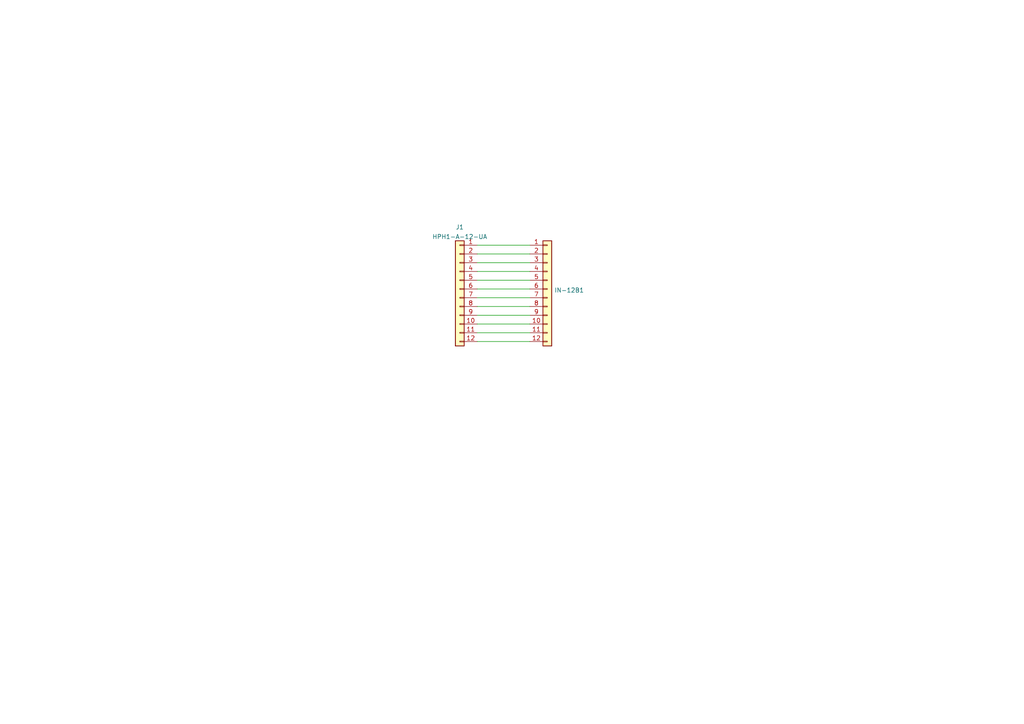
<source format=kicad_sch>
(kicad_sch (version 20211123) (generator eeschema)
  (paper "A4")
  (lib_symbols
    (symbol "Connector_Generic:Conn_01x12" (pin_names (offset 1.016) hide)
      (property "Reference" "J" (at 0 15.24 0))
      (property "Value" "Conn_01x12" (at 0 -17.78 0))
      (symbol "Conn_01x12_1_1"
        (rectangle (start -1.27 -15.113) (end 0 -15.367) (stroke (width 0.1524)))
        (rectangle (start -1.27 -12.573) (end 0 -12.827) (stroke (width 0.1524)))
        (rectangle (start -1.27 -10.033) (end 0 -10.287) (stroke (width 0.1524)))
        (rectangle (start -1.27 -7.493) (end 0 -7.747) (stroke (width 0.1524)))
        (rectangle (start -1.27 -4.953) (end 0 -5.207) (stroke (width 0.1524)))
        (rectangle (start -1.27 -2.413) (end 0 -2.667) (stroke (width 0.1524)))
        (rectangle (start -1.27 0.127) (end 0 -0.127) (stroke (width 0.1524)))
        (rectangle (start -1.27 2.667) (end 0 2.413) (stroke (width 0.1524)))
        (rectangle (start -1.27 5.207) (end 0 4.953) (stroke (width 0.1524)))
        (rectangle (start -1.27 7.747) (end 0 7.493) (stroke (width 0.1524)))
        (rectangle (start -1.27 10.287) (end 0 10.033) (stroke (width 0.1524)))
        (rectangle (start -1.27 12.827) (end 0 12.573) (stroke (width 0.1524)))
        (rectangle (start -1.27 13.97) (end 1.27 -16.51) (stroke (width 0.254)) (fill (type background)))
        (pin passive line (at -5.08 12.7 0) (length 3.81) (name "Pin_1") (number "1"))
        (pin passive line (at -5.08 -10.16 0) (length 3.81) (name "Pin_10") (number "10"))
        (pin passive line (at -5.08 -12.7 0) (length 3.81) (name "Pin_11") (number "11"))
        (pin passive line (at -5.08 -15.24 0) (length 3.81) (name "Pin_12") (number "12"))
        (pin passive line (at -5.08 10.16 0) (length 3.81) (name "Pin_2") (number "2"))
        (pin passive line (at -5.08 7.62 0) (length 3.81) (name "Pin_3") (number "3"))
        (pin passive line (at -5.08 5.08 0) (length 3.81) (name "Pin_4") (number "4"))
        (pin passive line (at -5.08 2.54 0) (length 3.81) (name "Pin_5") (number "5"))
        (pin passive line (at -5.08 0 0) (length 3.81) (name "Pin_6") (number "6"))
        (pin passive line (at -5.08 -2.54 0) (length 3.81) (name "Pin_7") (number "7"))
        (pin passive line (at -5.08 -5.08 0) (length 3.81) (name "Pin_8") (number "8"))
        (pin passive line (at -5.08 -7.62 0) (length 3.81) (name "Pin_9") (number "9"))
      )
    )
  )
  (wire (pts (xy 138.43 88.9) (xy 153.67 88.9)))
  (wire (pts (xy 138.43 78.74) (xy 153.67 78.74)))
  (wire (pts (xy 138.43 86.36) (xy 153.67 86.36)))
  (wire (pts (xy 138.43 99.06) (xy 153.67 99.06)))
  (wire (pts (xy 138.43 96.52) (xy 153.67 96.52)))
  (wire (pts (xy 138.43 71.12) (xy 153.67 71.12)))
  (wire (pts (xy 138.43 81.28) (xy 153.67 81.28)))
  (wire (pts (xy 138.43 91.44) (xy 153.67 91.44)))
  (wire (pts (xy 138.43 76.2) (xy 153.67 76.2)))
  (wire (pts (xy 138.43 93.98) (xy 153.67 93.98)))
  (wire (pts (xy 138.43 83.82) (xy 153.67 83.82)))
  (wire (pts (xy 138.43 73.66) (xy 153.67 73.66)))
  (symbol (lib_id "Connector_Generic:Conn_01x12") (at 133.35 83.82 0) (mirror y) (unit 1)
    (property "Reference" "J1" (at 133.35 65.8835 0))
    (property "Value" "HPH1-A-12-UA" (at 133.35 68.6586 0))
    (property "Footprint" "Connector_PinHeader_1.27mm:PinHeader_1x12_P1.27mm_Vertical" (effects hide))
  )
  (symbol (lib_id "Connector_Generic:Conn_01x12") (at 158.75 83.82 0) (unit 1)
    (property "Reference" "IN-12B1" (at 160.782 84.1815 0) (effects (justify left)))
    (property "Value" "Conn_01x12" (effects hide))
    (property "Footprint" "nixie_daughter:IN-12B" (effects hide))
  )
)
</source>
